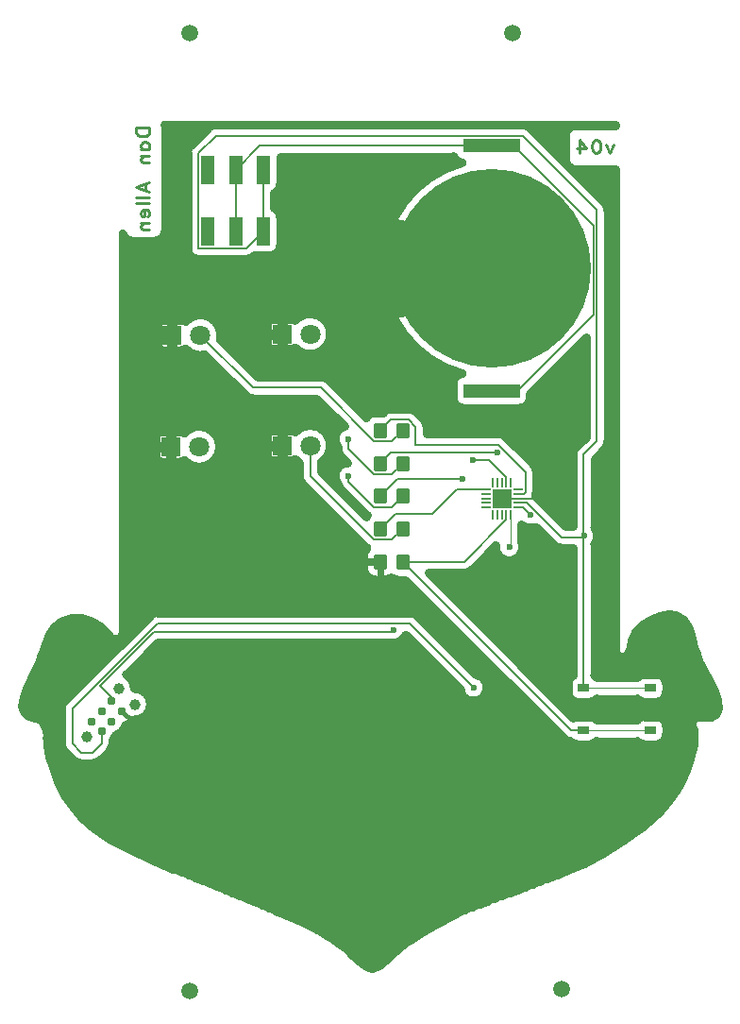
<source format=gbl>
G04 Layer: BottomLayer*
G04 EasyEDA Pro v2.2.43.4, 2025-11-10 11:02:42*
G04 Gerber Generator version 0.3*
G04 Scale: 100 percent, Rotated: No, Reflected: No*
G04 Dimensions in millimeters*
G04 Leading zeros omitted, absolute positions, 4 integers and 5 decimals*
G04 Generated by one-click*
%FSLAX45Y45*%
%MOMM*%
%AMRoundRect*1,1,$1,$2,$3*1,1,$1,$4,$5*1,1,$1,0-$2,0-$3*1,1,$1,0-$4,0-$5*20,1,$1,$2,$3,$4,$5,0*20,1,$1,$4,$5,0-$2,0-$3,0*20,1,$1,0-$2,0-$3,0-$4,0-$5,0*20,1,$1,0-$4,0-$5,$2,$3,0*4,1,4,$2,$3,$4,$5,0-$2,0-$3,0-$4,0-$5,$2,$3,0*%
%ADD10C,0.8*%
%ADD11C,0.39858*%
%ADD12C,0.70508*%
%ADD13C,0.60508*%
%ADD14C,8.90508*%
%ADD15C,0.90508*%
%ADD16C,0.254*%
%ADD17C,1.5*%
%ADD18R,1.8X1.8*%
%ADD19C,1.8055*%
%ADD20C,1.8*%
%ADD21RoundRect,0.5X-0.35X0.45X0.35X0.45*%
%ADD22R,5.08X1.27*%
%ADD23C,17.8*%
%ADD24R,1.0X0.7*%
%ADD25R,1.2X2.5*%
%ADD26RoundRect,0.055X-0.3775X0.0825X0.3775X0.0825*%
%ADD27RoundRect,0.055X-0.0825X0.3775X0.0825X0.3775*%
%ADD28R,1.7X1.7*%
%ADD29C,0.991*%
%ADD30C,0.787*%
%ADD31C,0.6*%
%ADD32C,0.127*%
%ADD33C,0.1*%
G75*


G04 Copper Start*
G36*
G01X12004357Y-10872533D02*
G01X12004357Y-9120000D01*
G01X12303206Y-9120000D01*
G01X12303206Y-9300000D01*
G01X12304664Y-9311076D01*
G01X12308939Y-9321397D01*
G01X12315740Y-9330260D01*
G01X12324603Y-9337061D01*
G01X12334924Y-9341336D01*
G01X12346000Y-9342794D01*
G01X12526000Y-9342794D01*
G01X12536948Y-9341370D01*
G01X12547168Y-9337192D01*
G01X12555978Y-9330539D01*
G01X12574347Y-9348260D01*
G01X12595033Y-9363209D01*
G01X12617624Y-9375086D01*
G01X12641666Y-9383653D01*
G01X12666677Y-9388739D01*
G01X12692156Y-9390241D01*
G01X12717591Y-9388130D01*
G01X12742473Y-9382447D01*
G01X12766304Y-9373307D01*
G01X12788604Y-9360893D01*
G01X12808927Y-9345454D01*
G01X12826867Y-9327299D01*
G01X12842062Y-9306792D01*
G01X12854208Y-9284345D01*
G01X12863062Y-9260407D01*
G01X12868447Y-9235459D01*
G01X12870254Y-9210000D01*
G01X12868447Y-9184541D01*
G01X12863062Y-9159593D01*
G01X12854208Y-9135655D01*
G01X12842062Y-9113208D01*
G01X12826867Y-9092701D01*
G01X12808927Y-9074546D01*
G01X12788604Y-9059107D01*
G01X12766304Y-9046693D01*
G01X12742473Y-9037553D01*
G01X12717591Y-9031870D01*
G01X12692156Y-9029759D01*
G01X12666677Y-9031261D01*
G01X12641666Y-9036347D01*
G01X12617624Y-9044915D01*
G01X12595033Y-9056792D01*
G01X12574347Y-9071740D01*
G01X12555978Y-9089461D01*
G01X12547168Y-9082808D01*
G01X12536948Y-9078630D01*
G01X12526000Y-9077206D01*
G01X12526000Y-9077206D01*
G01X12346000Y-9077206D01*
G01X12334924Y-9078664D01*
G01X12324603Y-9082939D01*
G01X12315740Y-9089740D01*
G01X12308939Y-9098603D01*
G01X12304664Y-9108924D01*
G01X12303206Y-9120000D01*
G01X12004357Y-9120000D01*
G01X12004357Y-8120000D01*
G01X12313206Y-8120000D01*
G01X12313206Y-8300000D01*
G01X12314664Y-8311076D01*
G01X12318939Y-8321397D01*
G01X12325740Y-8330260D01*
G01X12334603Y-8337061D01*
G01X12344924Y-8341336D01*
G01X12356000Y-8342794D01*
G01X12536000Y-8342794D01*
G01X12546948Y-8341370D01*
G01X12557168Y-8337192D01*
G01X12565978Y-8330539D01*
G01X12583045Y-8347161D01*
G01X12602155Y-8361386D01*
G01X12622974Y-8372968D01*
G01X12645138Y-8381702D01*
G01X12668261Y-8387438D01*
G01X12691938Y-8390074D01*
G01X12715756Y-8389564D01*
G01X12739299Y-8385918D01*
G01X13101691Y-8748309D01*
G01X13116330Y-8760323D01*
G01X13133031Y-8769250D01*
G01X13151154Y-8774748D01*
G01X13170000Y-8776604D01*
G01X13738582Y-8776604D01*
G01X13988948Y-9026970D01*
G01X13970509Y-9035493D01*
G01X13953768Y-9046997D01*
G01X13939201Y-9061155D01*
G01X13927226Y-9077563D01*
G01X13918183Y-9095752D01*
G01X13912330Y-9115204D01*
G01X13909836Y-9135364D01*
G01X13910770Y-9155656D01*
G01X13915106Y-9175501D01*
G01X13922721Y-9194333D01*
G01X13933396Y-9211615D01*
G01X13933396Y-9226403D01*
G01X13935252Y-9245250D01*
G01X13940750Y-9263372D01*
G01X13949677Y-9280074D01*
G01X13961691Y-9294713D01*
G01X14017388Y-9350410D01*
G01X13996321Y-9354559D01*
G01X13976328Y-9362388D01*
G01X13958047Y-9373648D01*
G01X13942059Y-9387980D01*
G01X13928875Y-9404926D01*
G01X13918914Y-9423947D01*
G01X13912495Y-9444436D01*
G01X13909822Y-9465741D01*
G01X13910980Y-9487180D01*
G01X13915932Y-9508073D01*
G01X13924521Y-9527751D01*
G01X13936473Y-9545588D01*
G01X13942210Y-9561718D01*
G01X13950705Y-9576582D01*
G01X13961691Y-9589713D01*
G01X14189287Y-9817309D01*
G01X14196331Y-9823692D01*
G01X14196331Y-9823692D01*
G01X14186058Y-9835843D01*
G01X13780604Y-9430389D01*
G01X13780604Y-9430389D01*
G01X13780604Y-9352181D01*
G01X13801205Y-9336947D01*
G01X13819437Y-9318946D01*
G01X13834934Y-9298542D01*
G01X13847381Y-9276146D01*
G01X13856526Y-9252213D01*
G01X13862186Y-9227224D01*
G01X13864246Y-9201685D01*
G01X13862664Y-9176112D01*
G01X13857472Y-9151022D01*
G01X13848776Y-9126921D01*
G01X13836750Y-9104297D01*
G01X13821638Y-9083607D01*
G01X13803745Y-9065268D01*
G01X13783432Y-9049651D01*
G01X13761111Y-9037072D01*
G01X13737232Y-9027785D01*
G01X13712277Y-9021978D01*
G01X13686751Y-9019767D01*
G01X13661169Y-9021198D01*
G01X13636048Y-9026241D01*
G01X13611897Y-9034795D01*
G01X13589202Y-9046687D01*
G01X13568423Y-9061677D01*
G01X13549978Y-9079461D01*
G01X13541168Y-9072808D01*
G01X13530948Y-9068630D01*
G01X13520000Y-9067206D01*
G01X13340000Y-9067206D01*
G01X13328924Y-9068664D01*
G01X13318603Y-9072939D01*
G01X13309740Y-9079740D01*
G01X13302939Y-9088603D01*
G01X13298664Y-9098924D01*
G01X13297206Y-9110000D01*
G01X13297206Y-9290000D01*
G01X13298664Y-9301076D01*
G01X13302939Y-9311397D01*
G01X13309740Y-9320260D01*
G01X13318603Y-9327061D01*
G01X13328924Y-9331336D01*
G01X13340000Y-9332794D01*
G01X13520000Y-9332794D01*
G01X13530948Y-9331370D01*
G01X13541168Y-9327192D01*
G01X13549978Y-9320539D01*
G01X13567607Y-9337638D01*
G01X13587396Y-9352181D01*
G01X13587396Y-9470403D01*
G01X13589252Y-9489250D01*
G01X13594750Y-9507372D01*
G01X13603677Y-9524074D01*
G01X13615691Y-9538713D01*
G01X14189287Y-10112309D01*
G01X14196332Y-10118692D01*
G01X14184979Y-10132340D01*
G01X14175857Y-10147570D01*
G01X14169183Y-10164020D01*
G01X14165113Y-10181300D01*
G01X14163746Y-10199000D01*
G01X14163746Y-10289000D01*
G01X14165497Y-10309014D01*
G01X14170697Y-10328419D01*
G01X14179187Y-10346627D01*
G01X14190711Y-10363084D01*
G01X14204916Y-10377290D01*
G01X14221373Y-10388813D01*
G01X14239581Y-10397303D01*
G01X14258986Y-10402503D01*
G01X14279000Y-10404254D01*
G01X14349000Y-10404254D01*
G01X14366200Y-10402963D01*
G01X14383015Y-10399120D01*
G01X14399068Y-10392811D01*
G01X14414000Y-10384176D01*
G01X14428932Y-10392811D01*
G01X14444985Y-10399120D01*
G01X14461800Y-10402963D01*
G01X14479000Y-10404254D01*
G01X14537635Y-10404254D01*
G01X15954691Y-11821309D01*
G01X15968919Y-11833047D01*
G01X15985119Y-11841867D01*
G01X16002700Y-11847447D01*
G01X16021021Y-11849583D01*
G01X16034936Y-11861723D01*
G01X16051030Y-11870777D01*
G01X16068631Y-11876365D01*
G01X16087000Y-11878254D01*
G01X16187000Y-11878254D01*
G01X16205810Y-11876272D01*
G01X16223794Y-11870413D01*
G01X16240162Y-11860935D01*
G01X16254196Y-11848254D01*
G01X16619804Y-11848254D01*
G01X16633838Y-11860935D01*
G01X16650206Y-11870413D01*
G01X16668190Y-11876272D01*
G01X16687000Y-11878254D01*
G01X16787000Y-11878254D01*
G01X16804608Y-11876520D01*
G01X16821539Y-11871384D01*
G01X16837142Y-11863043D01*
G01X16850819Y-11851819D01*
G01X16862043Y-11838142D01*
G01X16870384Y-11822539D01*
G01X16875520Y-11805608D01*
G01X16877254Y-11788000D01*
G01X16877254Y-11718000D01*
G01X16875520Y-11700392D01*
G01X16870384Y-11683461D01*
G01X16862043Y-11667858D01*
G01X16850819Y-11654181D01*
G01X16837142Y-11642957D01*
G01X16821539Y-11634616D01*
G01X16804608Y-11629480D01*
G01X16787000Y-11627746D01*
G01X16687000Y-11627746D01*
G01X16668190Y-11629728D01*
G01X16650206Y-11635587D01*
G01X16633838Y-11645065D01*
G01X16619805Y-11657746D01*
G01X16254195Y-11657746D01*
G01X16240162Y-11645065D01*
G01X16223794Y-11635587D01*
G01X16205810Y-11629728D01*
G01X16187000Y-11627746D01*
G01X16087000Y-11627746D01*
G01X16072436Y-11628929D01*
G01X16058254Y-11632446D01*
G01X16044825Y-11638206D01*
G01X14747222Y-10340604D01*
G01X15063821Y-10340604D01*
G01X15082667Y-10338748D01*
G01X15100789Y-10333250D01*
G01X15117491Y-10324323D01*
G01X15132130Y-10312309D01*
G01X15350875Y-10093565D01*
G01X15349804Y-10113735D01*
G01X15352125Y-10133801D01*
G01X15357771Y-10153194D01*
G01X15366584Y-10171369D01*
G01X15378315Y-10187813D01*
G01X15392632Y-10202061D01*
G01X15409133Y-10213712D01*
G01X15427350Y-10222437D01*
G01X15446771Y-10227989D01*
G01X15466847Y-10230213D01*
G01X15487012Y-10229045D01*
G01X15506697Y-10224518D01*
G01X15525347Y-10216760D01*
G01X15542436Y-10205990D01*
G01X15557480Y-10192512D01*
G01X15570057Y-10176706D01*
G01X15579810Y-10159018D01*
G01X15586465Y-10139947D01*
G01X15589835Y-10120031D01*
G01X15589823Y-10099832D01*
G01X15586431Y-10079920D01*
G01X15579754Y-10060856D01*
G01X15579754Y-9909563D01*
G01X15595667Y-9921598D01*
G01X15613350Y-9930837D01*
G01X15632318Y-9937024D01*
G01X15652048Y-9939991D01*
G01X15671996Y-9939654D01*
G01X15691615Y-9936024D01*
G01X15710363Y-9929200D01*
G01X15869472Y-10088309D01*
G01X15884111Y-10100323D01*
G01X15900813Y-10109250D01*
G01X15918935Y-10114748D01*
G01X15937782Y-10116604D01*
G01X16040396Y-10116604D01*
G01X16040396Y-11260709D01*
G01X16025596Y-11271854D01*
G01X16013383Y-11285786D01*
G01X16004272Y-11301918D01*
G01X15998648Y-11319571D01*
G01X15996746Y-11338000D01*
G01X15996746Y-11408000D01*
G01X15998480Y-11425608D01*
G01X16003616Y-11442539D01*
G01X16011957Y-11458142D01*
G01X16023181Y-11471819D01*
G01X16036858Y-11483043D01*
G01X16052461Y-11491384D01*
G01X16069392Y-11496520D01*
G01X16087000Y-11498254D01*
G01X16187000Y-11498254D01*
G01X16205810Y-11496272D01*
G01X16223794Y-11490413D01*
G01X16240162Y-11480935D01*
G01X16254195Y-11468254D01*
G01X16619805Y-11468254D01*
G01X16633838Y-11480935D01*
G01X16650206Y-11490413D01*
G01X16668190Y-11496272D01*
G01X16687000Y-11498254D01*
G01X16787000Y-11498254D01*
G01X16804608Y-11496520D01*
G01X16821539Y-11491384D01*
G01X16837142Y-11483043D01*
G01X16850819Y-11471819D01*
G01X16862043Y-11458142D01*
G01X16870384Y-11442539D01*
G01X16875520Y-11425608D01*
G01X16877254Y-11408000D01*
G01X16877254Y-11338000D01*
G01X16875520Y-11320392D01*
G01X16870384Y-11303461D01*
G01X16862043Y-11287858D01*
G01X16850819Y-11274181D01*
G01X16837142Y-11262957D01*
G01X16821539Y-11254616D01*
G01X16804608Y-11249480D01*
G01X16787000Y-11247746D01*
G01X16687000Y-11247746D01*
G01X16668190Y-11249728D01*
G01X16650206Y-11255587D01*
G01X16633838Y-11265065D01*
G01X16619804Y-11277746D01*
G01X16254196Y-11277746D01*
G01X16244534Y-11268461D01*
G01X16233604Y-11260709D01*
G01X16233604Y-10085494D01*
G01X16245008Y-10068603D01*
G01X16253396Y-10050030D01*
G01X16258527Y-10030307D01*
G01X16260254Y-10010000D01*
G01X16258527Y-9989694D01*
G01X16253396Y-9969970D01*
G01X16245008Y-9951397D01*
G01X16233604Y-9934506D01*
G01X16233604Y-9320015D01*
G01X16323309Y-9230309D01*
G01X16335323Y-9215670D01*
G01X16344250Y-9198969D01*
G01X16349748Y-9180846D01*
G01X16351604Y-9162000D01*
G01X16351604Y-7089000D01*
G01X16349748Y-7070154D01*
G01X16344250Y-7052031D01*
G01X16335323Y-7035330D01*
G01X16323309Y-7020691D01*
G01X15657309Y-6354691D01*
G01X15642670Y-6342677D01*
G01X15625969Y-6333750D01*
G01X15607847Y-6328252D01*
G01X15589000Y-6326396D01*
G01X12837000Y-6326396D01*
G01X12818153Y-6328252D01*
G01X12800031Y-6333750D01*
G01X12783330Y-6342677D01*
G01X12768691Y-6354691D01*
G01X12611691Y-6511691D01*
G01X12599677Y-6526330D01*
G01X12590750Y-6543031D01*
G01X12585252Y-6561154D01*
G01X12583396Y-6580000D01*
G01X12583396Y-7430000D01*
G01X12585252Y-7448846D01*
G01X12590750Y-7466969D01*
G01X12599677Y-7483670D01*
G01X12611691Y-7498309D01*
G01X12626330Y-7510323D01*
G01X12643031Y-7519250D01*
G01X12661154Y-7524748D01*
G01X12680000Y-7526604D01*
G01X13115000Y-7526604D01*
G01X13133846Y-7524748D01*
G01X13151969Y-7519250D01*
G01X13168670Y-7510323D01*
G01X13183309Y-7498309D01*
G01X13187983Y-7493635D01*
G01X13205000Y-7495254D01*
G01X13325000Y-7495254D01*
G01X13342608Y-7493520D01*
G01X13359539Y-7488384D01*
G01X13375142Y-7480043D01*
G01X13388819Y-7468819D01*
G01X13400043Y-7455142D01*
G01X13408384Y-7439539D01*
G01X13413520Y-7422608D01*
G01X13415254Y-7405000D01*
G01X13415254Y-7155000D01*
G01X13413592Y-7137760D01*
G01X13408667Y-7121155D01*
G01X13400662Y-7105796D01*
G01X13389870Y-7092249D01*
G01X13376688Y-7081013D01*
G01X13361604Y-7072502D01*
G01X13361604Y-6937498D01*
G01X13376688Y-6928987D01*
G01X13389870Y-6917751D01*
G01X13400662Y-6904204D01*
G01X13408667Y-6888845D01*
G01X13413592Y-6872240D01*
G01X13415254Y-6855000D01*
G01X13415254Y-6608104D01*
G01X14972036Y-6608104D01*
G01X14979657Y-6623141D01*
G01X14989942Y-6636498D01*
G01X15002530Y-6647710D01*
G01X15016985Y-6656385D01*
G01X15032800Y-6662221D01*
G01X15049425Y-6665014D01*
G01X14991386Y-6682971D01*
G01X14934570Y-6704489D01*
G01X14879197Y-6729485D01*
G01X14825478Y-6757864D01*
G01X14773621Y-6789515D01*
G01X14723824Y-6824319D01*
G01X14676278Y-6862140D01*
G01X14631167Y-6902834D01*
G01X14588664Y-6946245D01*
G01X14548931Y-6992205D01*
G01X14512121Y-7040538D01*
G01X14478377Y-7091058D01*
G01X14447827Y-7143572D01*
G01X14420589Y-7197878D01*
G01X14396767Y-7253766D01*
G01X14376453Y-7311023D01*
G01X14359725Y-7369429D01*
G01X14346647Y-7428758D01*
G01X14337270Y-7488784D01*
G01X14331629Y-7549275D01*
G01X14329746Y-7610000D01*
G01X14329746Y-7610000D01*
G01X14331629Y-7670725D01*
G01X14337270Y-7731216D01*
G01X14346647Y-7791242D01*
G01X14359725Y-7850571D01*
G01X14376453Y-7908977D01*
G01X14396767Y-7966234D01*
G01X14420589Y-8022122D01*
G01X14447827Y-8076428D01*
G01X14478377Y-8128942D01*
G01X14512121Y-8179462D01*
G01X14548931Y-8227795D01*
G01X14588664Y-8273756D01*
G01X14631167Y-8317166D01*
G01X14676278Y-8357860D01*
G01X14723824Y-8395681D01*
G01X14773621Y-8430485D01*
G01X14825478Y-8462136D01*
G01X14879197Y-8490515D01*
G01X14934570Y-8515511D01*
G01X14991386Y-8537029D01*
G01X15049425Y-8554986D01*
G01X15049425Y-8554986D01*
G01X15032784Y-8557783D01*
G01X15016955Y-8563629D01*
G01X15002491Y-8572319D01*
G01X14989897Y-8583549D01*
G01X14979614Y-8596928D01*
G01X14972001Y-8611987D01*
G01X14967324Y-8628200D01*
G01X14965746Y-8645000D01*
G01X14965746Y-8772000D01*
G01X14967480Y-8789608D01*
G01X14972616Y-8806539D01*
G01X14980957Y-8822142D01*
G01X14992181Y-8835819D01*
G01X15005858Y-8847043D01*
G01X15021461Y-8855384D01*
G01X15038392Y-8860520D01*
G01X15056000Y-8862254D01*
G01X15564000Y-8862254D01*
G01X15581608Y-8860520D01*
G01X15598539Y-8855384D01*
G01X15614142Y-8847043D01*
G01X15627819Y-8835819D01*
G01X15639043Y-8822142D01*
G01X15647384Y-8806539D01*
G01X15652520Y-8789608D01*
G01X15654254Y-8772000D01*
G01X15654254Y-8732365D01*
G01X16158396Y-8228222D01*
G01X16158396Y-9121985D01*
G01X16068691Y-9211691D01*
G01X16056677Y-9226330D01*
G01X16047750Y-9243031D01*
G01X16042252Y-9261153D01*
G01X16040396Y-9280000D01*
G01X16040396Y-9923396D01*
G01X15977796Y-9923396D01*
G01X15704860Y-9650460D01*
G01X15709903Y-9633048D01*
G01X15711604Y-9615000D01*
G01X15711604Y-9435218D01*
G01X15709748Y-9416372D01*
G01X15704250Y-9398249D01*
G01X15695323Y-9381548D01*
G01X15683309Y-9366909D01*
G01X15438091Y-9121691D01*
G01X15423452Y-9109677D01*
G01X15406751Y-9100750D01*
G01X15388628Y-9095252D01*
G01X15369782Y-9093396D01*
G01X14726604Y-9093396D01*
G01X14726604Y-9028597D01*
G01X14724748Y-9009750D01*
G01X14719250Y-8991628D01*
G01X14710323Y-8974926D01*
G01X14698309Y-8960287D01*
G01X14638713Y-8900691D01*
G01X14624074Y-8888677D01*
G01X14607372Y-8879750D01*
G01X14589250Y-8874252D01*
G01X14570403Y-8872396D01*
G01X14409000Y-8872396D01*
G01X14390154Y-8874252D01*
G01X14372031Y-8879750D01*
G01X14355330Y-8888677D01*
G01X14340691Y-8900691D01*
G01X14337636Y-8903746D01*
G01X14279000Y-8903746D01*
G01X14257504Y-8905768D01*
G01X14236762Y-8911765D01*
G01X14217503Y-8921524D01*
G01X14200401Y-8934705D01*
G01X14186058Y-8950843D01*
G01X13846906Y-8611691D01*
G01X13832267Y-8599677D01*
G01X13815565Y-8590750D01*
G01X13797443Y-8585252D01*
G01X13778597Y-8583396D01*
G01X13210015Y-8583396D01*
G01X12875918Y-8249299D01*
G01X12879764Y-8223279D01*
G01X12879783Y-8196977D01*
G01X12875973Y-8170951D01*
G01X12868417Y-8145757D01*
G01X12857275Y-8121931D01*
G01X12849398Y-8110000D01*
G01X13297206Y-8110000D01*
G01X13297206Y-8290000D01*
G01X13298664Y-8301076D01*
G01X13302939Y-8311397D01*
G01X13309740Y-8320260D01*
G01X13318603Y-8327061D01*
G01X13328924Y-8331336D01*
G01X13340000Y-8332794D01*
G01X13520000Y-8332794D01*
G01X13530948Y-8331370D01*
G01X13541168Y-8327192D01*
G01X13549978Y-8320539D01*
G01X13568347Y-8338260D01*
G01X13589034Y-8353209D01*
G01X13611624Y-8365086D01*
G01X13635666Y-8373653D01*
G01X13660677Y-8378739D01*
G01X13686156Y-8380241D01*
G01X13711591Y-8378130D01*
G01X13736473Y-8372447D01*
G01X13760304Y-8363307D01*
G01X13782604Y-8350893D01*
G01X13802927Y-8335454D01*
G01X13820867Y-8317299D01*
G01X13836062Y-8296792D01*
G01X13848208Y-8274345D01*
G01X13857062Y-8250407D01*
G01X13862447Y-8225459D01*
G01X13864254Y-8200000D01*
G01X13862447Y-8174541D01*
G01X13857062Y-8149593D01*
G01X13848208Y-8125655D01*
G01X13836062Y-8103208D01*
G01X13820867Y-8082701D01*
G01X13802927Y-8064546D01*
G01X13782604Y-8049107D01*
G01X13760304Y-8036693D01*
G01X13736473Y-8027553D01*
G01X13711591Y-8021870D01*
G01X13686156Y-8019759D01*
G01X13660677Y-8021261D01*
G01X13635666Y-8026347D01*
G01X13611624Y-8034915D01*
G01X13589034Y-8046792D01*
G01X13568347Y-8061740D01*
G01X13549978Y-8079461D01*
G01X13541168Y-8072808D01*
G01X13530948Y-8068630D01*
G01X13520000Y-8067206D01*
G01X13520000Y-8067206D01*
G01X13340000Y-8067206D01*
G01X13328924Y-8068664D01*
G01X13318603Y-8072939D01*
G01X13309740Y-8079740D01*
G01X13302939Y-8088603D01*
G01X13298664Y-8098924D01*
G01X13297206Y-8110000D01*
G01X12849398Y-8110000D01*
G01X12842784Y-8099981D01*
G01X12825252Y-8080373D01*
G01X12805054Y-8063524D01*
G01X12782619Y-8049795D01*
G01X12758424Y-8039477D01*
G01X12732986Y-8032790D01*
G01X12706845Y-8029876D01*
G01X12680559Y-8030798D01*
G01X12654686Y-8035535D01*
G01X12629779Y-8043987D01*
G01X12606366Y-8055974D01*
G01X12584947Y-8071240D01*
G01X12565978Y-8089461D01*
G01X12557168Y-8082808D01*
G01X12546948Y-8078630D01*
G01X12536000Y-8077206D01*
G01X12356000Y-8077206D01*
G01X12344924Y-8078664D01*
G01X12334603Y-8082939D01*
G01X12325740Y-8089740D01*
G01X12318939Y-8098603D01*
G01X12314664Y-8108924D01*
G01X12313206Y-8120000D01*
G01X12004357Y-8120000D01*
G01X12004357Y-7301553D01*
G01X12011958Y-7318945D01*
G01X12023028Y-7334362D01*
G01X12037077Y-7347124D01*
G01X12053485Y-7356665D01*
G01X12071525Y-7362564D01*
G01X12090400Y-7364560D01*
G01X12293600Y-7364560D01*
G01X12311208Y-7362826D01*
G01X12328139Y-7357690D01*
G01X12343742Y-7349349D01*
G01X12357419Y-7338125D01*
G01X12368643Y-7324448D01*
G01X12376984Y-7308845D01*
G01X12382120Y-7291914D01*
G01X12383854Y-7274306D01*
G01X12383854Y-6337300D01*
G01X12382573Y-6322151D01*
G01X16418636Y-6322151D01*
G01X16418636Y-6335946D01*
G01X16063722Y-6335946D01*
G01X16046114Y-6337680D01*
G01X16029183Y-6342816D01*
G01X16013580Y-6351157D01*
G01X15999903Y-6362381D01*
G01X15988679Y-6376058D01*
G01X15980338Y-6391661D01*
G01X15975202Y-6408592D01*
G01X15973468Y-6426200D01*
G01X15973468Y-6629400D01*
G01X15975202Y-6647008D01*
G01X15980338Y-6663939D01*
G01X15988679Y-6679542D01*
G01X15999903Y-6693219D01*
G01X16013580Y-6704443D01*
G01X16029183Y-6712784D01*
G01X16046114Y-6717920D01*
G01X16063722Y-6719654D01*
G01X16418636Y-6719654D01*
G01X16418636Y-11029681D01*
G01X16420571Y-11045452D01*
G01X16426260Y-11060288D01*
G01X16435366Y-11073310D01*
G01X16447350Y-11083744D01*
G01X16461500Y-11090973D01*
G01X16476978Y-11094568D01*
G01X16492865Y-11094315D01*
G01X16508221Y-11090229D01*
G01X16522134Y-11082554D01*
G01X16533779Y-11071743D01*
G01X16542466Y-11058438D01*
G01X16547680Y-11043429D01*
G01X16568231Y-10948069D01*
G01X16603466Y-10870975D01*
G01X16667470Y-10803659D01*
G01X16739002Y-10757913D01*
G01X16819120Y-10723587D01*
G01X16896619Y-10709661D01*
G01X16965617Y-10719890D01*
G01X17027962Y-10759010D01*
G01X17079426Y-10832745D01*
G01X17110284Y-10926783D01*
G01X17136204Y-11035186D01*
G01X17138437Y-11042540D01*
G01X17178513Y-11150688D01*
G01X17183269Y-11160741D01*
G01X17245669Y-11267508D01*
G01X17306775Y-11377881D01*
G01X17338316Y-11479463D01*
G01X17342971Y-11554046D01*
G01X17322727Y-11605704D01*
G01X17274162Y-11630182D01*
G01X17172009Y-11635374D01*
G01X17156117Y-11638180D01*
G01X17141399Y-11644801D01*
G01X17128756Y-11654830D01*
G01X17118961Y-11667656D01*
G01X17112614Y-11682493D01*
G01X17110101Y-11698434D01*
G01X17111578Y-11714505D01*
G01X17116953Y-11729721D01*
G01X17117108Y-11730031D01*
G01X17122912Y-11739520D01*
G01X17130242Y-11747886D01*
G01X17128918Y-11758858D01*
G01X17124652Y-11879664D01*
G01X17093595Y-12002686D01*
G01X17056392Y-12107578D01*
G01X17016200Y-12206020D01*
G01X16965853Y-12296299D01*
G01X16898698Y-12386522D01*
G01X16820149Y-12478288D01*
G01X16739359Y-12555638D01*
G01X16667695Y-12611115D01*
G01X16591556Y-12665507D01*
G01X16499626Y-12729143D01*
G01X16406584Y-12790775D01*
G01X16312298Y-12850074D01*
G01X16218178Y-12905798D01*
G01X16144964Y-12941412D01*
G01X16032704Y-12988820D01*
G01X15896877Y-13042940D01*
G01X15883724Y-13050022D01*
G01X15872526Y-13059909D01*
G01X15853683Y-13063808D01*
G01X15836007Y-13071414D01*
G01X15820222Y-13082417D01*
G01X15804200Y-13082865D01*
G01X15788480Y-13085994D01*
G01X15773507Y-13091714D01*
G01X15759705Y-13099864D01*
G01X15747466Y-13110213D01*
G01X15730038Y-13112031D01*
G01X15713238Y-13117011D01*
G01X15697634Y-13124984D01*
G01X15683755Y-13135680D01*
G01X15665073Y-13136782D01*
G01X15646966Y-13141516D01*
G01X15630134Y-13149699D01*
G01X15615227Y-13161015D01*
G01X15596275Y-13162661D01*
G01X15578028Y-13168040D01*
G01X15561213Y-13176939D01*
G01X15546502Y-13189001D01*
G01X15528846Y-13190045D01*
G01X15511687Y-13194337D01*
G01X15495617Y-13201726D01*
G01X15481190Y-13211960D01*
G01X15462943Y-13212676D01*
G01X15445168Y-13216860D01*
G01X15428518Y-13224360D01*
G01X15413605Y-13234899D01*
G01X15394176Y-13235525D01*
G01X15375278Y-13240083D01*
G01X15357700Y-13248381D01*
G01X15342172Y-13260076D01*
G01X15326267Y-13261181D01*
G01X15310769Y-13264923D01*
G01X15296113Y-13271198D01*
G01X15282708Y-13279830D01*
G01X15270931Y-13290576D01*
G01X15254708Y-13292379D01*
G01X15239031Y-13296926D01*
G01X15224361Y-13304083D01*
G01X15211128Y-13313639D01*
G01X15191699Y-13314265D01*
G01X15172801Y-13318823D01*
G01X15155222Y-13327121D01*
G01X15139694Y-13338816D01*
G01X15121622Y-13340281D01*
G01X15104154Y-13345145D01*
G01X15087925Y-13353230D01*
G01X15073521Y-13364244D01*
G01X15056145Y-13365345D01*
G01X15039260Y-13369590D01*
G01X15023429Y-13376837D01*
G01X15009182Y-13386845D01*
G01X14998219Y-13389390D01*
G01X14987857Y-13393780D01*
G01X14880827Y-13450468D01*
G01X14879086Y-13451425D01*
G01X14773846Y-13511420D01*
G01X14772873Y-13511986D01*
G01X14668684Y-13573837D01*
G01X14668449Y-13573977D01*
G01X14564426Y-13636333D01*
G01X14557483Y-13641145D01*
G01X14475816Y-13706130D01*
G01X14471689Y-13709712D01*
G01X14385112Y-13791599D01*
G01X14303244Y-13856909D01*
G01X14239959Y-13880358D01*
G01X14185992Y-13866083D01*
G01X14116077Y-13815229D01*
G01X14041780Y-13744657D01*
G01X14040586Y-13743552D01*
G01X13972355Y-13681965D01*
G01X13966438Y-13677228D01*
G01X13864442Y-13605067D01*
G01X13860924Y-13602747D01*
G01X13754351Y-13537425D01*
G01X13750633Y-13535314D01*
G01X13639928Y-13477251D01*
G01X13636001Y-13475359D01*
G01X13521630Y-13424981D01*
G01X13518369Y-13423651D01*
G01X13449473Y-13397729D01*
G01X13447927Y-13397170D01*
G01X13381443Y-13374087D01*
G01X13367547Y-13362680D01*
G01X13351755Y-13354087D01*
G01X13334629Y-13348615D01*
G01X13316781Y-13346458D01*
G01X13302690Y-13334819D01*
G01X13286636Y-13326085D01*
G01X13269209Y-13320578D01*
G01X13251051Y-13318501D01*
G01X13236413Y-13306501D01*
G01X13219691Y-13297631D01*
G01X13201545Y-13292244D01*
G01X13182692Y-13290551D01*
G01X13169075Y-13280043D01*
G01X13153790Y-13272155D01*
G01X13137336Y-13267144D01*
G01X13120249Y-13265174D01*
G01X13105699Y-13253228D01*
G01X13089085Y-13244377D01*
G01X13071054Y-13238967D01*
G01X13052311Y-13237208D01*
G01X13038401Y-13226515D01*
G01X13022765Y-13218555D01*
G01X13005936Y-13213597D01*
G01X12988482Y-13211811D01*
G01X12974236Y-13200076D01*
G01X12957993Y-13191309D01*
G01X12940366Y-13185838D01*
G01X12922014Y-13183871D01*
G01X12907580Y-13172010D01*
G01X12891109Y-13163195D01*
G01X12873234Y-13157764D01*
G01X12854642Y-13155926D01*
G01X12840209Y-13144067D01*
G01X12823739Y-13135253D01*
G01X12805865Y-13129823D01*
G01X12787276Y-13127986D01*
G01X12772249Y-13115733D01*
G01X12755052Y-13106777D01*
G01X12736398Y-13101489D01*
G01X12717060Y-13100088D01*
G01X12703608Y-13089674D01*
G01X12688518Y-13081818D01*
G01X12672271Y-13076773D01*
G01X12655386Y-13074698D01*
G01X12641032Y-13062875D01*
G01X12624656Y-13054067D01*
G01X12606880Y-13048608D01*
G01X12588382Y-13046707D01*
G01X12574517Y-13036043D01*
G01X12558936Y-13028094D01*
G01X12542164Y-13023128D01*
G01X12524766Y-13021313D01*
G01X12509728Y-13009917D01*
G01X12492739Y-13001709D01*
G01X12474465Y-12997011D01*
G01X12455624Y-12996007D01*
G01X12302516Y-12926350D01*
G01X12157456Y-12859458D01*
G01X12037130Y-12803072D01*
G01X11950966Y-12761641D01*
G01X11910189Y-12740581D01*
G01X11811555Y-12677441D01*
G01X11718332Y-12607689D01*
G01X11633853Y-12530254D01*
G01X11558845Y-12441876D01*
G01X11487898Y-12340107D01*
G01X11428993Y-12233112D01*
G01X11391798Y-12132408D01*
G01X11346513Y-11987744D01*
G01X11323031Y-11887756D01*
G01X11322836Y-11825394D01*
G01X11322598Y-11820077D01*
G01X11315939Y-11743132D01*
G01X11313730Y-11731036D01*
G01X11309290Y-11719570D01*
G01X11302778Y-11709140D01*
G01X11294426Y-11700116D01*
G01X11289789Y-11687096D01*
G01X11282513Y-11675343D01*
G01X11272925Y-11665388D01*
G01X11261455Y-11657674D01*
G01X11248618Y-11652550D01*
G01X11159380Y-11627499D01*
G01X11113483Y-11583119D01*
G01X11107367Y-11557574D01*
G01X11453396Y-11557574D01*
G01X11453396Y-11870000D01*
G01X11455252Y-11888846D01*
G01X11460750Y-11906969D01*
G01X11469677Y-11923670D01*
G01X11481691Y-11938309D01*
G01X11561691Y-12018309D01*
G01X11576330Y-12030323D01*
G01X11593031Y-12039250D01*
G01X11611154Y-12044748D01*
G01X11630000Y-12046604D01*
G01X11730000Y-12046604D01*
G01X11748846Y-12044748D01*
G01X11766969Y-12039250D01*
G01X11783670Y-12030323D01*
G01X11798309Y-12018309D01*
G01X11883408Y-11933211D01*
G01X11895422Y-11918572D01*
G01X11904349Y-11901870D01*
G01X11909846Y-11883748D01*
G01X11911703Y-11864901D01*
G01X11911703Y-11847103D01*
G01X11923679Y-11831467D01*
G01X11933148Y-11814198D01*
G01X11939890Y-11795693D01*
G01X11960578Y-11787937D01*
G01X11979648Y-11776779D01*
G01X11996545Y-11762545D01*
G01X12010779Y-11745647D01*
G01X12021937Y-11726578D01*
G01X12029693Y-11705890D01*
G01X12049915Y-11698354D01*
G01X12068606Y-11687568D01*
G01X12085248Y-11673829D01*
G01X12099380Y-11657519D01*
G01X12122116Y-11657633D01*
G01X12144569Y-11654060D01*
G01X12166147Y-11646895D01*
G01X12186278Y-11636328D01*
G01X12204430Y-11622637D01*
G01X12220122Y-11606184D01*
G01X12232941Y-11587406D01*
G01X12242546Y-11566799D01*
G01X12248684Y-11544907D01*
G01X12251192Y-11522309D01*
G01X12250004Y-11499604D01*
G01X12245151Y-11477392D01*
G01X12236763Y-11456260D01*
G01X12225060Y-11436767D01*
G01X12210352Y-11419429D01*
G01X12193028Y-11404704D01*
G01X12173547Y-11392982D01*
G01X12152423Y-11384573D01*
G01X12130215Y-11379698D01*
G01X12107511Y-11378488D01*
G01X12106408Y-11356587D01*
G01X12101893Y-11335128D01*
G01X12094078Y-11314638D01*
G01X12083155Y-11295623D01*
G01X12069393Y-11278550D01*
G01X12053130Y-11263839D01*
G01X12034767Y-11251851D01*
G01X12320015Y-10966604D01*
G01X14400598Y-10966604D01*
G01X14421564Y-10969957D01*
G01X14442792Y-10969571D01*
G01X14463621Y-10965458D01*
G01X14483403Y-10957746D01*
G01X14501520Y-10946674D01*
G01X14517407Y-10932589D01*
G01X14530569Y-10915930D01*
G01X14540597Y-10897215D01*
G01X15031051Y-11387670D01*
G01X15035752Y-11407528D01*
G01X15043742Y-11426305D01*
G01X15054793Y-11443461D01*
G01X15068585Y-11458502D01*
G01X15084721Y-11470993D01*
G01X15102738Y-11480577D01*
G01X15122115Y-11486976D01*
G01X15142296Y-11490007D01*
G01X15162698Y-11489581D01*
G01X15182735Y-11485713D01*
G01X15201829Y-11478511D01*
G01X15219430Y-11468186D01*
G01X15235032Y-11455032D01*
G01X15248186Y-11439430D01*
G01X15258512Y-11421829D01*
G01X15265713Y-11402735D01*
G01X15269581Y-11382698D01*
G01X15270007Y-11362296D01*
G01X15266976Y-11342115D01*
G01X15260577Y-11322738D01*
G01X15250993Y-11304721D01*
G01X15238502Y-11288585D01*
G01X15223461Y-11274793D01*
G01X15206305Y-11263742D01*
G01X15187528Y-11255752D01*
G01X15167670Y-11251051D01*
G01X14643309Y-10726691D01*
G01X14628670Y-10714677D01*
G01X14611969Y-10705750D01*
G01X14593847Y-10700252D01*
G01X14575000Y-10698396D01*
G01X12312574Y-10698396D01*
G01X12312574Y-10698396D01*
G01X12293727Y-10700252D01*
G01X12275605Y-10705750D01*
G01X12258903Y-10714677D01*
G01X12244264Y-10726691D01*
G01X11481691Y-11489264D01*
G01X11469677Y-11503903D01*
G01X11460750Y-11520605D01*
G01X11455252Y-11538727D01*
G01X11453396Y-11557574D01*
G01X11107367Y-11557574D01*
G01X11100320Y-11528137D01*
G01X11112110Y-11453572D01*
G01X11139882Y-11378505D01*
G01X11183406Y-11281975D01*
G01X11228186Y-11183423D01*
G01X11228795Y-11182040D01*
G01X11271260Y-11082399D01*
G01X11272449Y-11079402D01*
G01X11309699Y-10978130D01*
G01X11342661Y-10888401D01*
G01X11380572Y-10829864D01*
G01X11447127Y-10779811D01*
G01X11541858Y-10744071D01*
G01X11631220Y-10740635D01*
G01X11717036Y-10765285D01*
G01X11798981Y-10816547D01*
G01X11874151Y-10892723D01*
G01X11884788Y-10908699D01*
G01X11894568Y-10920227D01*
G01X11906738Y-10929195D01*
G01X11920646Y-10935122D01*
G01X11935544Y-10937690D01*
G01X11950633Y-10936760D01*
G01X11965103Y-10932383D01*
G01X11978178Y-10924794D01*
G01X11989155Y-10914400D01*
G01X11997446Y-10901759D01*
G01X12002606Y-10887549D01*
G01X12004357Y-10872533D01*
G37*
G54D10*
G01X12004357Y-10872533D02*
G01X12004357Y-7301553D01*
G03X12090400Y-7364560I86043J27247D01*
G01X12293600Y-7364560D01*
G03X12383854Y-7274306I0J90254D01*
G01X12383854Y-6337300D01*
G03X12382573Y-6322151I-90254J0D01*
G01X16418636Y-6322151D01*
G01X16418636Y-6335946D01*
G01X16063722Y-6335946D01*
G03X15973468Y-6426200I0J-90254D01*
G01X15973468Y-6629400D01*
G03X16063722Y-6719654I90254J0D01*
G01X16418636Y-6719654D01*
G01X16418636Y-11029681D01*
G03X16547680Y-11043429I65254J0D01*
G01X16568231Y-10948069D01*
G01X16603466Y-10870975D01*
G01X16667470Y-10803659D01*
G01X16739002Y-10757913D01*
G01X16819120Y-10723587D01*
G01X16896619Y-10709661D01*
G01X16965617Y-10719890D01*
G01X17027962Y-10759010D01*
G01X17079426Y-10832745D01*
G01X17110284Y-10926783D01*
G01X17136204Y-11035186D01*
G03X17138437Y-11042540I62230J14879D01*
G01X17178513Y-11150688D01*
G03X17183269Y-11160741I59997J22233D01*
G01X17245669Y-11267508D01*
G01X17306775Y-11377881D01*
G01X17338316Y-11479463D01*
G01X17342971Y-11554046D01*
G01X17322727Y-11605704D01*
G01X17274162Y-11630182D01*
G01X17172009Y-11635374D01*
G03X17116953Y-11729721I3312J-65170D01*
G01X17117108Y-11730031D01*
G03X17130242Y-11747886I58368J29177D01*
G03X17128918Y-11758858I63889J-13275D01*
G01X17124652Y-11879664D01*
G01X17093595Y-12002686D01*
G01X17056392Y-12107578D01*
G01X17016200Y-12206020D01*
G01X16965853Y-12296299D01*
G01X16898698Y-12386522D01*
G01X16820149Y-12478288D01*
G01X16739359Y-12555638D01*
G01X16667695Y-12611115D01*
G01X16591556Y-12665507D01*
G01X16499626Y-12729143D01*
G01X16406584Y-12790775D01*
G01X16312298Y-12850074D01*
G01X16218178Y-12905798D01*
G01X16144964Y-12941412D01*
G01X16032704Y-12988820D01*
G01X15896877Y-13042940D01*
G03X15872526Y-13059909I24154J-60619D01*
G03X15820222Y-13082417I9778J-94751D01*
G03X15747466Y-13110213I-5354J-95103D01*
G03X15683755Y-13135680I1129J-95247D01*
G03X15615227Y-13161015I-3760J-95180D01*
G03X15546502Y-13189001I-1275J-95245D01*
G03X15481190Y-13211960I-3226J-95199D01*
G03X15413605Y-13234899I-5407J-95100D01*
G03X15342172Y-13260076I-6664J-95021D01*
G03X15270931Y-13290576I-1373J-95244D01*
G03X15211128Y-13313639I2375J-95224D01*
G03X15139694Y-13338816I-6664J-95021D01*
G03X15073521Y-13364244I-1373J-95244D01*
G03X15009182Y-13386845I-2692J-95216D01*
G03X14987857Y-13393780I9217J-64600D01*
G01X14880827Y-13450468D01*
G01X14879086Y-13451425D01*
G01X14773846Y-13511420D01*
G01X14772873Y-13511986D01*
G01X14668684Y-13573837D01*
G01X14668449Y-13573977D01*
G01X14564426Y-13636333D01*
G03X14557483Y-13641145I32897J-54879D01*
G01X14475816Y-13706130D01*
G03X14471689Y-13709712I39840J-50067D01*
G01X14385112Y-13791599D01*
G01X14303244Y-13856909D01*
G01X14239959Y-13880358D01*
G01X14185992Y-13866083D01*
G01X14116077Y-13815229D01*
G01X14041780Y-13744657D01*
G01X14040586Y-13743552D01*
G01X13972355Y-13681965D01*
G03X13966438Y-13677228I-42872J-47497D01*
G01X13864442Y-13605067D01*
G03X13860924Y-13602747I-36955J-52233D01*
G01X13754351Y-13537425D01*
G03X13750633Y-13535314I-33437J-54552D01*
G01X13639928Y-13477251D01*
G03X13636001Y-13475359I-29719J-56663D01*
G01X13521630Y-13424981D01*
G03X13518369Y-13423651I-25792J-58555D01*
G01X13449473Y-13397729D01*
G01X13447927Y-13397170D01*
G01X13381443Y-13374087D01*
G03X13316781Y-13346458I-67115J-67593D01*
G03X13251051Y-13318501I-67427J-67282D01*
G03X13182692Y-13290551I-67411J-67299D01*
G03X13120249Y-13265174I-64764J-69849D01*
G03X13052311Y-13237208I-67424J-67286D01*
G03X12988482Y-13211811I-64761J-69852D01*
G03X12922014Y-13183871I-67400J-67309D01*
G03X12854642Y-13155926I-67400J-67309D01*
G03X12787276Y-13127986I-67395J-67314D01*
G03X12717060Y-13100088I-67395J-67314D01*
G03X12655386Y-13074698I-64804J-69812D01*
G03X12588382Y-13046707I-67447J-67262D01*
G03X12524766Y-13021313I-64760J-69853D01*
G03X12455624Y-12996007I-64766J-69847D01*
G01X12302516Y-12926350D01*
G01X12157456Y-12859458D01*
G01X12037130Y-12803072D01*
G01X11950966Y-12761641D01*
G01X11910189Y-12740581D01*
G01X11811555Y-12677441D01*
G01X11718332Y-12607689D01*
G01X11633853Y-12530254D01*
G01X11558845Y-12441876D01*
G01X11487898Y-12340107D01*
G01X11428993Y-12233112D01*
G01X11391798Y-12132408D01*
G01X11346513Y-11987744D01*
G01X11323031Y-11887756D01*
G01X11322836Y-11825394D01*
G03X11322598Y-11820077I-63984J-200D01*
G01X11315939Y-11743132D01*
G03X11294426Y-11700116I-65011J-5626D01*
G03X11248618Y-11652550I-63445J-15259D01*
G01X11159380Y-11627499D01*
G01X11113483Y-11583119D01*
G01X11100320Y-11528137D01*
G01X11112110Y-11453572D01*
G01X11139882Y-11378505D01*
G01X11183406Y-11281975D01*
G01X11228186Y-11183423D01*
G01X11228795Y-11182040D01*
G01X11271260Y-11082399D01*
G03X11272449Y-11079402I-58861J25086D01*
G01X11309699Y-10978130D01*
G01X11342661Y-10888401D01*
G01X11380572Y-10829864D01*
G01X11447127Y-10779811D01*
G01X11541858Y-10744071D01*
G01X11631220Y-10740635D01*
G01X11717036Y-10765285D01*
G01X11798981Y-10816547D01*
G01X11874151Y-10892723D01*
G01X11884788Y-10908699D01*
G03X12004357Y-10872533I54315J36166D01*
G01X12312574Y-10698396D02*
G03X12244264Y-10726691I0J-96604D01*
G01X11481691Y-11489264D01*
G03X11453396Y-11557574I68309J-68309D01*
G01X11453396Y-11870000D01*
G03X11481691Y-11938309I96604J0D01*
G01X11561691Y-12018309D01*
G03X11630000Y-12046604I68309J68309D01*
G01X11730000Y-12046604D01*
G03X11798309Y-12018309I0J96604D01*
G01X11883408Y-11933211D01*
G03X11911703Y-11864901I-68309J68309D01*
G01X11911703Y-11847103D01*
G03X11939890Y-11795693I-96604J86399D01*
G03X12029693Y-11705890I-34989J124792D01*
G03X12099380Y-11657519I-34989J124792D01*
G03X12251192Y-11522309I12067J139282D01*
G03X12107511Y-11378488I-139745J4072D01*
G03X12034767Y-11251851I-139748J3936D01*
G01X12320015Y-10966604D01*
G01X14400598Y-10966604D01*
G03X14540597Y-10897215I29402J116604D01*
G01X15031051Y-11387670D01*
G03X15235032Y-11455032I118949J17670D01*
G03X15167670Y-11251051I-85032J85032D01*
G01X14643309Y-10726691D01*
G03X14575000Y-10698396I-68309J-68309D01*
G01X12312574Y-10698396D01*
G01X12526000Y-9077206D02*
G01X12346000Y-9077206D01*
G03X12303206Y-9120000I0J-42794D01*
G01X12303206Y-9300000D01*
G03X12346000Y-9342794I42794J0D01*
G01X12526000Y-9342794D01*
G03X12555978Y-9330539I0J42794D01*
G03X12870254Y-9210000I134022J120539D01*
G03X12555978Y-9089461I-180254J0D01*
G03X12526000Y-9077206I-29978J-30539D01*
G01X13780604Y-9430389D02*
G01X13780604Y-9352181D01*
G03X13821638Y-9083607I-96604J152181D01*
G03X13549978Y-9079461I-137638J-116393D01*
G03X13520000Y-9067206I-29978J-30539D01*
G01X13340000Y-9067206D01*
G03X13297206Y-9110000I0J-42794D01*
G01X13297206Y-9290000D01*
G03X13340000Y-9332794I42794J0D01*
G01X13520000Y-9332794D01*
G03X13549978Y-9320539I0J42794D01*
G03X13587396Y-9352181I134022J120539D01*
G01X13587396Y-9470403D01*
G03X13615691Y-9538713I96604J0D01*
G01X14189287Y-10112309D01*
G03X14196332Y-10118692I68309J68309D01*
G03X14163746Y-10199000I82669J-80308D01*
G01X14163746Y-10289000D01*
G03X14279000Y-10404254I115254J0D01*
G01X14349000Y-10404254D01*
G03X14414000Y-10384176I0J115254D01*
G03X14479000Y-10404254I65000J95176D01*
G01X14537635Y-10404254D01*
G01X15954691Y-11821309D01*
G03X16021021Y-11849583I68309J68309D01*
G03X16087000Y-11878254I65979J61583D01*
G01X16187000Y-11878254D01*
G03X16254196Y-11848254I0J90254D01*
G01X16619804Y-11848254D01*
G03X16687000Y-11878254I67196J60254D01*
G01X16787000Y-11878254D01*
G03X16877254Y-11788000I0J90254D01*
G01X16877254Y-11718000D01*
G03X16787000Y-11627746I-90254J0D01*
G01X16687000Y-11627746D01*
G03X16619805Y-11657746I0J-90254D01*
G01X16254195Y-11657746D01*
G03X16187000Y-11627746I-67195J-60254D01*
G01X16087000Y-11627746D01*
G03X16044825Y-11638206I0J-90254D01*
G01X14747222Y-10340604D01*
G01X15063821Y-10340604D01*
G03X15132130Y-10312309I0J96604D01*
G01X15350875Y-10093565D01*
G03X15487012Y-10229045I119125J-16435D01*
G03X15579754Y-10060856I-17012J119044D01*
G01X15579754Y-9909563D01*
G03X15710363Y-9929200I80246J89563D01*
G01X15869472Y-10088309D01*
G03X15937782Y-10116604I68309J68309D01*
G01X16040396Y-10116604D01*
G01X16040396Y-11260709D01*
G03X15996746Y-11338000I46604J-77291D01*
G01X15996746Y-11408000D01*
G03X16087000Y-11498254I90254J0D01*
G01X16187000Y-11498254D01*
G03X16254195Y-11468254I0J90254D01*
G01X16619805Y-11468254D01*
G03X16687000Y-11498254I67195J60254D01*
G01X16787000Y-11498254D01*
G03X16877254Y-11408000I0J90254D01*
G01X16877254Y-11338000D01*
G03X16787000Y-11247746I-90254J0D01*
G01X16687000Y-11247746D01*
G03X16619804Y-11277746I0J-90254D01*
G01X16254196Y-11277746D01*
G03X16233604Y-11260709I-67196J-60254D01*
G01X16233604Y-10085494D01*
G03X16233604Y-9934506I-93604J75494D01*
G01X16233604Y-9320015D01*
G01X16323309Y-9230309D01*
G03X16351604Y-9162000I-68309J68309D01*
G01X16351604Y-7089000D01*
G03X16323309Y-7020691I-96604J0D01*
G01X15657309Y-6354691D01*
G03X15589000Y-6326396I-68309J-68309D01*
G01X12837000Y-6326396D01*
G03X12768691Y-6354691I0J-96604D01*
G01X12611691Y-6511691D01*
G03X12583396Y-6580000I68309J-68309D01*
G01X12583396Y-7430000D01*
G03X12680000Y-7526604I96604J0D01*
G01X13115000Y-7526604D01*
G03X13183309Y-7498309I0J96604D01*
G01X13187983Y-7493635D01*
G03X13205000Y-7495254I17017J88635D01*
G01X13325000Y-7495254D01*
G03X13415254Y-7405000I0J90254D01*
G01X13415254Y-7155000D01*
G03X13361604Y-7072502I-90254J0D01*
G01X13361604Y-6937498D01*
G03X13415254Y-6855000I-36604J82498D01*
G01X13415254Y-6608104D01*
G01X14972036Y-6608104D01*
G03X15049425Y-6665014I83964J33104D01*
G03X14329746Y-7610000I260575J-944986D01*
G03X15049425Y-8554986I980254J0D01*
G03X14965746Y-8645000I6575J-90014D01*
G01X14965746Y-8772000D01*
G03X15056000Y-8862254I90254J0D01*
G01X15564000Y-8862254D01*
G03X15654254Y-8772000I0J90254D01*
G01X15654254Y-8732365D01*
G01X16158396Y-8228222D01*
G01X16158396Y-9121985D01*
G01X16068691Y-9211691D01*
G03X16040396Y-9280000I68309J-68309D01*
G01X16040396Y-9923396D01*
G01X15977796Y-9923396D01*
G01X15704860Y-9650460D01*
G03X15711604Y-9615000I-89860J35460D01*
G01X15711604Y-9435218D01*
G03X15683309Y-9366909I-96604J0D01*
G01X15438091Y-9121691D01*
G03X15369782Y-9093396I-68309J-68309D01*
G01X14726604Y-9093396D01*
G01X14726604Y-9028597D01*
G03X14698309Y-8960287I-96604J0D01*
G01X14638713Y-8900691D01*
G03X14570403Y-8872396I-68309J-68309D01*
G01X14409000Y-8872396D01*
G03X14340691Y-8900691I0J-96604D01*
G01X14337636Y-8903746D01*
G01X14279000Y-8903746D01*
G03X14186058Y-8950843I0J-115254D01*
G01X13846906Y-8611691D01*
G03X13778597Y-8583396I-68309J-68309D01*
G01X13210015Y-8583396D01*
G01X12875918Y-8249299D01*
G03X12782619Y-8049795I-175918J39299D01*
G03X12565978Y-8089461I-82619J-160205D01*
G03X12536000Y-8077206I-29978J-30539D01*
G01X12356000Y-8077206D01*
G03X12313206Y-8120000I0J-42794D01*
G01X12313206Y-8300000D01*
G03X12356000Y-8342794I42794J0D01*
G01X12536000Y-8342794D01*
G03X12565978Y-8330539I0J42794D01*
G03X12739299Y-8385918I134022J120539D01*
G01X13101691Y-8748309D01*
G03X13170000Y-8776604I68309J68309D01*
G01X13738582Y-8776604D01*
G01X13988948Y-9026970D01*
G03X13933396Y-9211615I41052J-113030D01*
G01X13933396Y-9226403D01*
G03X13961691Y-9294713I96604J0D01*
G01X14017388Y-9350410D01*
G03X13936473Y-9545588I12612J-119591D01*
G03X13961691Y-9589713I93528J24185D01*
G01X14189287Y-9817309D01*
G03X14196331Y-9823692I68309J68309D01*
G01X14196331Y-9823692D01*
G03X14186058Y-9835843I82669J-80308D01*
G01X13780604Y-9430389D01*
G01X13520000Y-8067206D02*
G01X13340000Y-8067206D01*
G03X13297206Y-8110000I0J-42794D01*
G01X13297206Y-8290000D01*
G03X13340000Y-8332794I42794J0D01*
G01X13520000Y-8332794D01*
G03X13549978Y-8320539I0J42794D01*
G03X13864254Y-8200000I134022J120539D01*
G03X13549978Y-8079461I-180254J0D01*
G03X13520000Y-8067206I-29978J-30539D01*
G54D11*
G01X12022349Y-11608744D02*
G01X12058063Y-11644458D01*
G54D12*
G01X14254254Y-10244000D02*
G01X14203746Y-10244000D01*
G54D13*
G01X14314000Y-10313746D02*
G01X14314000Y-10364254D01*
G54D14*
G01X14420254Y-7610000D02*
G01X14369746Y-7610000D01*
G54D15*
G01X12346254Y-9210000D02*
G01X12343206Y-9210000D01*
G01X12436000Y-9120254D02*
G01X12436000Y-9117206D01*
G01X12436000Y-9299746D02*
G01X12436000Y-9302794D01*
G01X12356254Y-8210000D02*
G01X12353206Y-8210000D01*
G01X12446000Y-8120254D02*
G01X12446000Y-8117206D01*
G01X12446000Y-8299746D02*
G01X12446000Y-8302794D01*
G01X13340254Y-8200000D02*
G01X13337206Y-8200000D01*
G01X13430000Y-8110254D02*
G01X13430000Y-8107206D01*
G01X13430000Y-8289746D02*
G01X13430000Y-8292794D01*
G01X13340254Y-9200000D02*
G01X13337206Y-9200000D01*
G01X13430000Y-9110254D02*
G01X13430000Y-9107206D01*
G01X13430000Y-9289746D02*
G01X13430000Y-9292794D01*
G04 Copper End*

G04 Text Start*
G54D16*
G01X12125452Y-6350000D02*
G01X12242038Y-6350000D01*
G01X12125452Y-6350000D02*
G01X12125452Y-6388862D01*
G01X12130786Y-6405626D01*
G01X12141962Y-6416802D01*
G01X12153138Y-6422136D01*
G01X12169902Y-6427724D01*
G01X12197588Y-6427724D01*
G01X12214352Y-6422136D01*
G01X12225274Y-6416802D01*
G01X12236450Y-6405626D01*
G01X12242038Y-6388862D01*
G01X12242038Y-6350000D01*
G01X12164314Y-6546596D02*
G01X12242038Y-6546596D01*
G01X12180824Y-6546596D02*
G01X12169902Y-6535420D01*
G01X12164314Y-6524244D01*
G01X12164314Y-6507480D01*
G01X12169902Y-6496558D01*
G01X12180824Y-6485382D01*
G01X12197588Y-6479794D01*
G01X12208764Y-6479794D01*
G01X12225274Y-6485382D01*
G01X12236450Y-6496558D01*
G01X12242038Y-6507480D01*
G01X12242038Y-6524244D01*
G01X12236450Y-6535420D01*
G01X12225274Y-6546596D01*
G01X12164314Y-6598666D02*
G01X12242038Y-6598666D01*
G01X12186412Y-6598666D02*
G01X12169902Y-6615430D01*
G01X12164314Y-6626352D01*
G01X12164314Y-6643116D01*
G01X12169902Y-6654292D01*
G01X12186412Y-6659880D01*
G01X12242038Y-6659880D01*
G01X12125452Y-6880860D02*
G01X12242038Y-6836410D01*
G01X12125452Y-6880860D02*
G01X12242038Y-6925310D01*
G01X12203176Y-6853174D02*
G01X12203176Y-6908546D01*
G01X12125452Y-6977380D02*
G01X12242038Y-6977380D01*
G01X12125452Y-7029450D02*
G01X12242038Y-7029450D01*
G01X12197588Y-7081520D02*
G01X12197588Y-7148322D01*
G01X12186412Y-7148322D01*
G01X12175236Y-7142734D01*
G01X12169902Y-7137146D01*
G01X12164314Y-7125970D01*
G01X12164314Y-7109206D01*
G01X12169902Y-7098284D01*
G01X12180824Y-7087108D01*
G01X12197588Y-7081520D01*
G01X12208764Y-7081520D01*
G01X12225274Y-7087108D01*
G01X12236450Y-7098284D01*
G01X12242038Y-7109206D01*
G01X12242038Y-7125970D01*
G01X12236450Y-7137146D01*
G01X12225274Y-7148322D01*
G01X12164314Y-7200392D02*
G01X12242038Y-7200392D01*
G01X12186412Y-7200392D02*
G01X12169902Y-7217156D01*
G01X12164314Y-7228078D01*
G01X12164314Y-7244842D01*
G01X12169902Y-7256018D01*
G01X12186412Y-7261606D01*
G01X12242038Y-7261606D01*
G01X16408400Y-6500114D02*
G01X16375126Y-6577838D01*
G01X16341598Y-6500114D02*
G01X16375126Y-6577838D01*
G01X16256254Y-6461252D02*
G01X16272764Y-6466586D01*
G01X16283940Y-6483350D01*
G01X16289528Y-6511036D01*
G01X16289528Y-6527800D01*
G01X16283940Y-6555486D01*
G01X16272764Y-6572250D01*
G01X16256254Y-6577838D01*
G01X16245078Y-6577838D01*
G01X16228314Y-6572250D01*
G01X16217392Y-6555486D01*
G01X16211804Y-6527800D01*
G01X16211804Y-6511036D01*
G01X16217392Y-6483350D01*
G01X16228314Y-6466586D01*
G01X16245078Y-6461252D01*
G01X16256254Y-6461252D01*
G01X16104108Y-6461252D02*
G01X16159734Y-6538976D01*
G01X16076422Y-6538976D01*
G01X16104108Y-6461252D02*
G01X16104108Y-6577838D01*
G04 Text End*

G04 Pad Start*
G54D17*
G01X12600000Y-14090000D03*
G54D18*
G01X12446000Y-8210000D03*
G54D20*
G01X12700000Y-8210000D03*
G54D18*
G01X13430000Y-8200000D03*
G54D20*
G01X13684000Y-8200000D03*
G54D17*
G01X15940000Y-14070000D03*
G01X12600000Y-5500000D03*
G01X15500000Y-5500000D03*
G54D18*
G01X12436000Y-9210000D03*
G54D20*
G01X12690000Y-9210000D03*
G54D18*
G01X13430000Y-9200000D03*
G54D20*
G01X13684000Y-9200000D03*
G54D21*
G01X14514000Y-9949000D03*
G01X14314000Y-9949000D03*
G54D22*
G01X15310000Y-6511500D03*
G01X15310000Y-8708500D03*
G54D23*
G01X15310000Y-7610000D03*
G54D24*
G01X16737000Y-11373000D03*
G01X16137000Y-11373000D03*
G01X16737000Y-11753000D03*
G01X16137000Y-11753000D03*
G54D21*
G01X14514000Y-10244000D03*
G01X14314000Y-10244000D03*
G54D25*
G01X13265000Y-7280000D03*
G01X13265000Y-6730000D03*
G01X13015000Y-7280000D03*
G01X13015000Y-6730000D03*
G01X12765000Y-7280000D03*
G01X12765000Y-6730000D03*
G54D26*
G01X15549500Y-9593000D03*
G01X15549500Y-9633000D03*
G01X15549500Y-9673000D03*
G01X15549500Y-9713000D03*
G01X15549500Y-9753000D03*
G54D27*
G01X15484500Y-9818000D03*
G01X15444500Y-9818000D03*
G01X15404500Y-9818000D03*
G01X15364500Y-9818000D03*
G01X15324500Y-9818000D03*
G54D26*
G01X15259500Y-9753000D03*
G01X15259500Y-9713000D03*
G01X15259500Y-9673000D03*
G01X15259500Y-9633000D03*
G01X15259500Y-9593000D03*
G54D27*
G01X15324500Y-9528000D03*
G01X15364500Y-9528000D03*
G01X15404500Y-9528000D03*
G01X15444500Y-9528000D03*
G01X15484500Y-9528000D03*
G54D28*
G01X15404500Y-9673000D03*
G54D21*
G01X14514000Y-9359000D03*
G01X14314000Y-9359000D03*
G01X14514000Y-9654000D03*
G01X14314000Y-9654000D03*
G54D29*
G01X11680395Y-11805605D03*
G01X11967763Y-11374553D03*
G01X12111447Y-11518237D03*
G54D30*
G01X11725296Y-11670901D03*
G01X11815099Y-11760704D03*
G01X11815099Y-11581099D03*
G01X11904901Y-11670901D03*
G01X11904901Y-11491296D03*
G01X11994704Y-11581099D03*
G54D21*
G01X14514000Y-9064000D03*
G01X14314000Y-9064000D03*
G04 Pad End*

G04 Via Start*
G54D31*
G01X15727000Y-9673000D03*
G01X14030000Y-9140000D03*
G01X14030000Y-9470000D03*
G01X15150000Y-11370000D03*
G01X16140000Y-10010000D03*
G01X15140000Y-9330000D03*
G01X14430000Y-10850000D03*
G01X15660000Y-9820000D03*
G01X15366000Y-9264000D03*
G01X15050000Y-9500000D03*
G01X15470000Y-10110000D03*
G04 Via End*

G04 Track Start*
G54D32*
G01X15404500Y-9673000D02*
G01X15549500Y-9673000D01*
G01X15727000Y-9673000D01*
G01X13170000Y-8680000D02*
G01X12700000Y-8210000D01*
G01X14257597Y-9159000D02*
G01X13778597Y-8680000D01*
G01X14419000Y-9159000D02*
G01X14257597Y-9159000D01*
G01X14514000Y-9064000D02*
G01X14419000Y-9159000D01*
G01X13778597Y-8680000D02*
G01X13170000Y-8680000D01*
G01X14514000Y-9359000D02*
G01X14419000Y-9454000D01*
G01X14257597Y-9454000D02*
G01X14030000Y-9226403D01*
G01X14419000Y-9454000D02*
G01X14257597Y-9454000D01*
G01X14030000Y-9226403D02*
G01X14030000Y-9140000D01*
G01X14514000Y-9654000D02*
G01X14419000Y-9749000D01*
G01X14257597Y-9749000D01*
G01X14030000Y-9521403D02*
G01X14030000Y-9470000D01*
G01X14257597Y-9749000D02*
G01X14030000Y-9521403D01*
G01X14419000Y-10044000D02*
G01X14257597Y-10044000D01*
G01X14514000Y-9949000D02*
G01X14419000Y-10044000D01*
G01X14257597Y-10044000D02*
G01X13684000Y-9470403D01*
G01X13684000Y-9200000D01*
G01X16225000Y-7230994D02*
G01X16225000Y-8025000D01*
G01X15541500Y-8708500D01*
G01X15310000Y-6511500D02*
G01X15505505Y-6511500D01*
G01X15541500Y-8708500D02*
G01X15310000Y-8708500D01*
G01X15505505Y-6511500D02*
G01X16225000Y-7230994D01*
G01X13233500Y-6511500D02*
G01X15310000Y-6511500D01*
G01X13015000Y-6730000D02*
G01X13233500Y-6511500D01*
G01X13015000Y-6730000D02*
G01X13015000Y-7280000D01*
G01X11550000Y-11557574D02*
G01X12312574Y-10795000D01*
G01X16255000Y-9162000D02*
G01X16255000Y-7089000D01*
G54D33*
G01X16137000Y-11373000D02*
G01X16737000Y-11373000D01*
G54D32*
G01X15549500Y-9713000D02*
G01X15630782Y-9713000D01*
G01X12312574Y-10795000D02*
G01X14575000Y-10795000D01*
G01X15937782Y-10020000D02*
G01X16130000Y-10020000D01*
G01X15589000Y-6423000D02*
G01X12837000Y-6423000D01*
G01X13265000Y-6730000D02*
G01X13265000Y-7280000D01*
G01X11730000Y-11950000D02*
G01X11630000Y-11950000D01*
G01X16137000Y-9280000D02*
G01X16255000Y-9162000D01*
G01X11815099Y-11864901D02*
G01X11730000Y-11950000D01*
G54D33*
G01X13265000Y-7280000D02*
G01X13265000Y-7305000D01*
G54D32*
G01X11630000Y-11950000D02*
G01X11550000Y-11870000D01*
G01X15630782Y-9713000D02*
G01X15937782Y-10020000D01*
G01X11550000Y-11870000D02*
G01X11550000Y-11557574D01*
G01X12680000Y-6580000D02*
G01X12680000Y-7430000D01*
G01X11815099Y-11760704D02*
G01X11815099Y-11864901D01*
G01X12680000Y-7430000D02*
G01X13115000Y-7430000D01*
G01X12837000Y-6423000D02*
G01X12680000Y-6580000D01*
G01X16255000Y-7089000D02*
G01X15589000Y-6423000D01*
G01X14575000Y-10795000D02*
G01X15150000Y-11370000D01*
G01X13115000Y-7430000D02*
G01X13265000Y-7280000D01*
G01X15291821Y-9330000D02*
G01X15444500Y-9482679D01*
G01X15444500Y-9528000D01*
G01X15140000Y-9330000D02*
G01X15291821Y-9330000D01*
G01X11904901Y-11454901D02*
G01X11800000Y-11350000D01*
G01X11904901Y-11491296D02*
G01X11904901Y-11454901D01*
G01X12280000Y-10870000D02*
G01X14410000Y-10870000D01*
G01X14430000Y-10850000D01*
G01X11800000Y-11350000D02*
G01X12280000Y-10870000D01*
G01X14314000Y-9064000D02*
G01X14409000Y-8969000D01*
G01X14630000Y-9190000D02*
G01X15369782Y-9190000D01*
G01X15615000Y-9435218D02*
G01X15615000Y-9615000D01*
G01X14409000Y-8969000D02*
G01X14570403Y-8969000D01*
G01X15615000Y-9615000D02*
G01X15597000Y-9633000D01*
G01X15549500Y-9633000D01*
G01X14570403Y-8969000D02*
G01X14630000Y-9028597D01*
G01X15369782Y-9190000D02*
G01X15615000Y-9435218D01*
G01X14630000Y-9028597D02*
G01X14630000Y-9190000D01*
G01X15444500Y-9863321D02*
G01X15063821Y-10244000D01*
G01X16023000Y-11753000D02*
G01X14514000Y-10244000D01*
G01X15063821Y-10244000D02*
G01X14514000Y-10244000D01*
G01X15444500Y-9818000D02*
G01X15444500Y-9863321D01*
G54D33*
G01X16137000Y-11753000D02*
G01X16737000Y-11753000D01*
G54D32*
G01X16137000Y-11753000D02*
G01X16023000Y-11753000D01*
G01X14409000Y-9264000D02*
G01X15366000Y-9264000D01*
G01X14314000Y-9359000D02*
G01X14409000Y-9264000D01*
G01X15660000Y-9820000D02*
G01X15593000Y-9753000D01*
G01X15549500Y-9753000D01*
G01X14314000Y-9654000D02*
G01X14468000Y-9500000D01*
G54D33*
G01X15470000Y-10110000D02*
G01X15484500Y-10095500D01*
G54D32*
G01X14468000Y-9500000D02*
G01X15050000Y-9500000D01*
G54D33*
G01X15484500Y-10095500D02*
G01X15484500Y-9818000D01*
G54D32*
G01X14453000Y-9810000D02*
G01X14314000Y-9949000D01*
G01X15259500Y-9593000D02*
G01X14997000Y-9593000D01*
G01X14780000Y-9810000D01*
G01X14453000Y-9810000D01*
G01X16130000Y-10020000D02*
G01X16137000Y-10013000D01*
G01X16140000Y-10010000D01*
G01X16137000Y-11373000D02*
G01X16137000Y-10013000D01*
G01X16137000Y-9280000D01*
G04 Track End*

M02*


</source>
